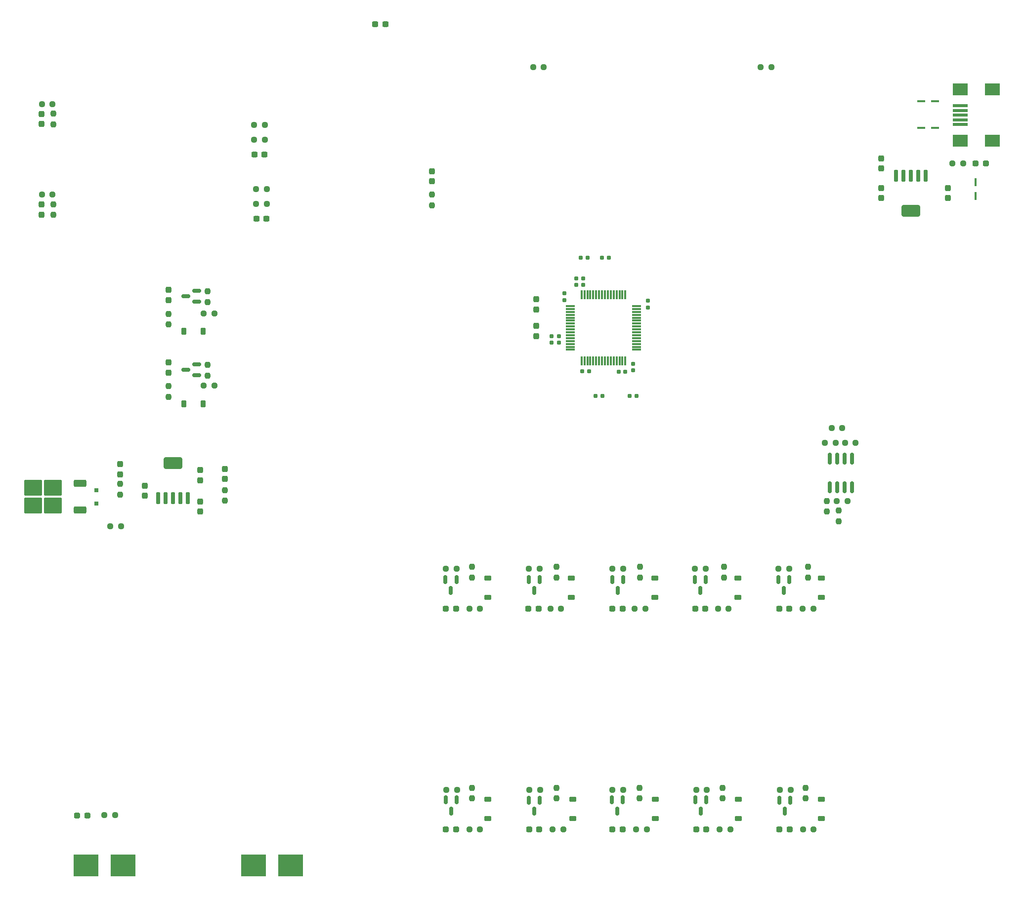
<source format=gbr>
%TF.GenerationSoftware,KiCad,Pcbnew,8.0.7*%
%TF.CreationDate,2025-04-17T15:34:13+07:00*%
%TF.ProjectId,Tractor VCU,54726163-746f-4722-9056-43552e6b6963,rev?*%
%TF.SameCoordinates,Original*%
%TF.FileFunction,Paste,Top*%
%TF.FilePolarity,Positive*%
%FSLAX46Y46*%
G04 Gerber Fmt 4.6, Leading zero omitted, Abs format (unit mm)*
G04 Created by KiCad (PCBNEW 8.0.7) date 2025-04-17 15:34:13*
%MOMM*%
%LPD*%
G01*
G04 APERTURE LIST*
G04 Aperture macros list*
%AMRoundRect*
0 Rectangle with rounded corners*
0 $1 Rounding radius*
0 $2 $3 $4 $5 $6 $7 $8 $9 X,Y pos of 4 corners*
0 Add a 4 corners polygon primitive as box body*
4,1,4,$2,$3,$4,$5,$6,$7,$8,$9,$2,$3,0*
0 Add four circle primitives for the rounded corners*
1,1,$1+$1,$2,$3*
1,1,$1+$1,$4,$5*
1,1,$1+$1,$6,$7*
1,1,$1+$1,$8,$9*
0 Add four rect primitives between the rounded corners*
20,1,$1+$1,$2,$3,$4,$5,0*
20,1,$1+$1,$4,$5,$6,$7,0*
20,1,$1+$1,$6,$7,$8,$9,0*
20,1,$1+$1,$8,$9,$2,$3,0*%
G04 Aperture macros list end*
%ADD10RoundRect,0.237500X-0.237500X0.300000X-0.237500X-0.300000X0.237500X-0.300000X0.237500X0.300000X0*%
%ADD11RoundRect,0.237500X-0.237500X0.287500X-0.237500X-0.287500X0.237500X-0.287500X0.237500X0.287500X0*%
%ADD12RoundRect,0.155000X-0.212500X-0.155000X0.212500X-0.155000X0.212500X0.155000X-0.212500X0.155000X0*%
%ADD13RoundRect,0.237500X-0.250000X-0.237500X0.250000X-0.237500X0.250000X0.237500X-0.250000X0.237500X0*%
%ADD14R,0.660400X0.711200*%
%ADD15RoundRect,0.237500X-0.287500X-0.237500X0.287500X-0.237500X0.287500X0.237500X-0.287500X0.237500X0*%
%ADD16RoundRect,0.150000X-0.150000X0.587500X-0.150000X-0.587500X0.150000X-0.587500X0.150000X0.587500X0*%
%ADD17RoundRect,0.225000X-0.225000X-0.375000X0.225000X-0.375000X0.225000X0.375000X-0.225000X0.375000X0*%
%ADD18RoundRect,0.160000X0.197500X0.160000X-0.197500X0.160000X-0.197500X-0.160000X0.197500X-0.160000X0*%
%ADD19RoundRect,0.237500X0.237500X-0.300000X0.237500X0.300000X-0.237500X0.300000X-0.237500X-0.300000X0*%
%ADD20RoundRect,0.155000X0.155000X-0.212500X0.155000X0.212500X-0.155000X0.212500X-0.155000X-0.212500X0*%
%ADD21RoundRect,0.150000X0.587500X0.150000X-0.587500X0.150000X-0.587500X-0.150000X0.587500X-0.150000X0*%
%ADD22RoundRect,0.237500X0.250000X0.237500X-0.250000X0.237500X-0.250000X-0.237500X0.250000X-0.237500X0*%
%ADD23RoundRect,0.237500X-0.237500X0.250000X-0.237500X-0.250000X0.237500X-0.250000X0.237500X0.250000X0*%
%ADD24RoundRect,0.237500X0.237500X-0.250000X0.237500X0.250000X-0.237500X0.250000X-0.237500X-0.250000X0*%
%ADD25RoundRect,0.225000X0.375000X-0.225000X0.375000X0.225000X-0.375000X0.225000X-0.375000X-0.225000X0*%
%ADD26R,4.240000X3.810000*%
%ADD27RoundRect,0.237500X-0.300000X-0.237500X0.300000X-0.237500X0.300000X0.237500X-0.300000X0.237500X0*%
%ADD28R,1.422400X0.457200*%
%ADD29RoundRect,0.077500X0.232500X-0.907500X0.232500X0.907500X-0.232500X0.907500X-0.232500X-0.907500X0*%
%ADD30RoundRect,0.246250X1.333750X-0.738750X1.333750X0.738750X-1.333750X0.738750X-1.333750X-0.738750X0*%
%ADD31RoundRect,0.075000X-0.700000X-0.075000X0.700000X-0.075000X0.700000X0.075000X-0.700000X0.075000X0*%
%ADD32RoundRect,0.075000X-0.075000X-0.700000X0.075000X-0.700000X0.075000X0.700000X-0.075000X0.700000X0*%
%ADD33RoundRect,0.155000X-0.155000X0.212500X-0.155000X-0.212500X0.155000X-0.212500X0.155000X0.212500X0*%
%ADD34RoundRect,0.250000X0.850000X0.350000X-0.850000X0.350000X-0.850000X-0.350000X0.850000X-0.350000X0*%
%ADD35RoundRect,0.250000X1.275000X1.125000X-1.275000X1.125000X-1.275000X-1.125000X1.275000X-1.125000X0*%
%ADD36RoundRect,0.150000X-0.150000X0.825000X-0.150000X-0.825000X0.150000X-0.825000X0.150000X0.825000X0*%
%ADD37RoundRect,0.237500X0.300000X0.237500X-0.300000X0.237500X-0.300000X-0.237500X0.300000X-0.237500X0*%
%ADD38RoundRect,0.160000X-0.197500X-0.160000X0.197500X-0.160000X0.197500X0.160000X-0.197500X0.160000X0*%
%ADD39R,2.500000X0.500000*%
%ADD40R,2.500000X2.000000*%
%ADD41RoundRect,0.155000X0.212500X0.155000X-0.212500X0.155000X-0.212500X-0.155000X0.212500X-0.155000X0*%
%ADD42R,0.457200X1.422400*%
%ADD43RoundRect,0.237500X0.287500X0.237500X-0.287500X0.237500X-0.287500X-0.237500X0.287500X-0.237500X0*%
%ADD44RoundRect,0.077500X-0.232500X0.907500X-0.232500X-0.907500X0.232500X-0.907500X0.232500X0.907500X0*%
%ADD45RoundRect,0.246250X-1.333750X0.738750X-1.333750X-0.738750X1.333750X-0.738750X1.333750X0.738750X0*%
G04 APERTURE END LIST*
D10*
%TO.C,C20*%
X122174000Y-98731998D03*
X122174000Y-100456998D03*
%TD*%
D11*
%TO.C,LED12*%
X143891000Y-113386000D03*
X143891000Y-115136000D03*
%TD*%
D12*
%TO.C,C6*%
X221047500Y-127381000D03*
X222182500Y-127381000D03*
%TD*%
%TO.C,C9*%
X213808500Y-112522000D03*
X214943500Y-112522000D03*
%TD*%
D13*
%TO.C,R53*%
X158944999Y-96090004D03*
X160769999Y-96090004D03*
%TD*%
D14*
%TO.C,D16*%
X131572001Y-147702000D03*
X131572001Y-149988000D03*
%TD*%
D15*
%TO.C,LED4*%
X219995500Y-168021000D03*
X221745500Y-168021000D03*
%TD*%
D16*
%TO.C,Q8*%
X221739500Y-200849051D03*
X219839500Y-200849051D03*
X220789500Y-202724051D03*
%TD*%
D15*
%TO.C,LED11*%
X248601334Y-205851574D03*
X250351334Y-205851574D03*
%TD*%
D17*
%TO.C,D14*%
X146559000Y-120436000D03*
X149859000Y-120436000D03*
%TD*%
D13*
%TO.C,R29*%
X224027000Y-205852000D03*
X225852000Y-205852000D03*
%TD*%
%TO.C,R8*%
X195464500Y-168021000D03*
X197289500Y-168021000D03*
%TD*%
D18*
%TO.C,R2*%
X215720500Y-107823000D03*
X214525500Y-107823000D03*
%TD*%
D19*
%TO.C,C23*%
X149352000Y-151357500D03*
X149352000Y-149632500D03*
%TD*%
%TO.C,C2*%
X266044001Y-97640500D03*
X266044001Y-95915500D03*
%TD*%
D20*
%TO.C,C13*%
X209550000Y-122420000D03*
X209550000Y-121285000D03*
%TD*%
D13*
%TO.C,R42*%
X206380500Y-75184000D03*
X208205500Y-75184000D03*
%TD*%
D10*
%TO.C,C1*%
X277474000Y-95915500D03*
X277474000Y-97640500D03*
%TD*%
D21*
%TO.C,Q12*%
X148768675Y-128037502D03*
X148768675Y-126137502D03*
X146893675Y-127087502D03*
%TD*%
D22*
%TO.C,R10*%
X207504250Y-161163000D03*
X205679250Y-161163000D03*
%TD*%
D11*
%TO.C,LED13*%
X143912001Y-125840000D03*
X143912001Y-127590000D03*
%TD*%
D23*
%TO.C,R47*%
X256667000Y-149582500D03*
X256667000Y-151407500D03*
%TD*%
D15*
%TO.C,LED16*%
X128274000Y-203497000D03*
X130024000Y-203497000D03*
%TD*%
D24*
%TO.C,R37*%
X150579500Y-115466999D03*
X150579500Y-113641999D03*
%TD*%
D23*
%TO.C,R27*%
X224596400Y-198767300D03*
X224596400Y-200592300D03*
%TD*%
D13*
%TO.C,R58*%
X133961500Y-153924000D03*
X135786500Y-153924000D03*
%TD*%
D22*
%TO.C,R31*%
X236140499Y-199104550D03*
X234315499Y-199104550D03*
%TD*%
D25*
%TO.C,D7*%
X241499250Y-166115000D03*
X241499250Y-162815000D03*
%TD*%
D15*
%TO.C,LED8*%
X205713000Y-205852000D03*
X207463000Y-205852000D03*
%TD*%
D13*
%TO.C,R54*%
X122224001Y-81510500D03*
X124049001Y-81510500D03*
%TD*%
D15*
%TO.C,LED7*%
X191425500Y-205852000D03*
X193175500Y-205852000D03*
%TD*%
D22*
%TO.C,R34*%
X250491499Y-199120999D03*
X248666499Y-199120999D03*
%TD*%
%TO.C,R39*%
X151809501Y-129794000D03*
X149984501Y-129794000D03*
%TD*%
D26*
%TO.C,F1*%
X129784000Y-212090000D03*
X136154000Y-212090000D03*
%TD*%
D23*
%TO.C,R21*%
X195919700Y-198767300D03*
X195919700Y-200592300D03*
%TD*%
D13*
%TO.C,R46*%
X259818500Y-139635001D03*
X261643500Y-139635001D03*
%TD*%
D12*
%TO.C,C8*%
X213808500Y-111379000D03*
X214943500Y-111379000D03*
%TD*%
D24*
%TO.C,R59*%
X135636000Y-148486500D03*
X135636000Y-146661500D03*
%TD*%
D11*
%TO.C,LED14*%
X135636000Y-143270000D03*
X135636000Y-145020000D03*
%TD*%
D27*
%TO.C,C17*%
X158994998Y-101170002D03*
X160719998Y-101170002D03*
%TD*%
D17*
%TO.C,D15*%
X146580001Y-132938000D03*
X149880001Y-132938000D03*
%TD*%
D19*
%TO.C,C22*%
X149352000Y-145997000D03*
X149352000Y-144272000D03*
%TD*%
D20*
%TO.C,C7*%
X211709000Y-115121500D03*
X211709000Y-113986500D03*
%TD*%
D23*
%TO.C,R41*%
X143912001Y-129866500D03*
X143912001Y-131691500D03*
%TD*%
D28*
%TO.C,D2*%
X272888468Y-81022656D03*
X275276068Y-81022656D03*
%TD*%
D16*
%TO.C,Q2*%
X207541750Y-163019500D03*
X205641750Y-163019500D03*
X206591750Y-164894500D03*
%TD*%
D15*
%TO.C,LED2*%
X191438000Y-168021000D03*
X193188000Y-168021000D03*
%TD*%
D24*
%TO.C,R40*%
X150625175Y-128087501D03*
X150625175Y-126262501D03*
%TD*%
D29*
%TO.C,U4*%
X142113000Y-149055000D03*
X143383000Y-149055000D03*
X144653000Y-149055000D03*
X145923000Y-149055000D03*
X147193000Y-149055000D03*
D30*
X144653000Y-143045000D03*
%TD*%
D26*
%TO.C,F2*%
X158463000Y-212090000D03*
X164833000Y-212090000D03*
%TD*%
D22*
%TO.C,R7*%
X193260500Y-161163000D03*
X191435500Y-161163000D03*
%TD*%
D19*
%TO.C,C21*%
X139827000Y-148690500D03*
X139827000Y-146965500D03*
%TD*%
D25*
%TO.C,D12*%
X241576350Y-203991000D03*
X241576350Y-200691000D03*
%TD*%
D10*
%TO.C,C5*%
X206883000Y-119570500D03*
X206883000Y-121295500D03*
%TD*%
D13*
%TO.C,R56*%
X122224001Y-97027999D03*
X124049001Y-97027999D03*
%TD*%
D23*
%TO.C,R38*%
X143891000Y-117461500D03*
X143891000Y-119286500D03*
%TD*%
D31*
%TO.C,U2*%
X212765000Y-116138000D03*
X212765000Y-116638000D03*
X212765000Y-117138000D03*
X212765000Y-117638000D03*
X212765000Y-118138000D03*
X212765000Y-118638000D03*
X212765000Y-119138000D03*
X212765000Y-119638000D03*
X212765000Y-120138000D03*
X212765000Y-120638000D03*
X212765000Y-121138000D03*
X212765000Y-121638000D03*
X212765000Y-122138000D03*
X212765000Y-122638000D03*
X212765000Y-123138000D03*
X212765000Y-123638000D03*
D32*
X214690000Y-125563000D03*
X215190000Y-125563000D03*
X215690000Y-125563000D03*
X216190000Y-125563000D03*
X216690000Y-125563000D03*
X217190000Y-125563000D03*
X217690000Y-125563000D03*
X218190000Y-125563000D03*
X218690000Y-125563000D03*
X219190000Y-125563000D03*
X219690000Y-125563000D03*
X220190000Y-125563000D03*
X220690000Y-125563000D03*
X221190000Y-125563000D03*
X221690000Y-125563000D03*
X222190000Y-125563000D03*
D31*
X224115000Y-123638000D03*
X224115000Y-123138000D03*
X224115000Y-122638000D03*
X224115000Y-122138000D03*
X224115000Y-121638000D03*
X224115000Y-121138000D03*
X224115000Y-120638000D03*
X224115000Y-120138000D03*
X224115000Y-119638000D03*
X224115000Y-119138000D03*
X224115000Y-118638000D03*
X224115000Y-118138000D03*
X224115000Y-117638000D03*
X224115000Y-117138000D03*
X224115000Y-116638000D03*
X224115000Y-116138000D03*
D32*
X222190000Y-114213000D03*
X221690000Y-114213000D03*
X221190000Y-114213000D03*
X220690000Y-114213000D03*
X220190000Y-114213000D03*
X219690000Y-114213000D03*
X219190000Y-114213000D03*
X218690000Y-114213000D03*
X218190000Y-114213000D03*
X217690000Y-114213000D03*
X217190000Y-114213000D03*
X216690000Y-114213000D03*
X216190000Y-114213000D03*
X215690000Y-114213000D03*
X215190000Y-114213000D03*
X214690000Y-114213000D03*
%TD*%
D25*
%TO.C,D4*%
X198663000Y-166115000D03*
X198663000Y-162815000D03*
%TD*%
D13*
%TO.C,R35*%
X252627834Y-205851574D03*
X254452834Y-205851574D03*
%TD*%
D22*
%TO.C,R22*%
X193350998Y-199104550D03*
X191525998Y-199104550D03*
%TD*%
D13*
%TO.C,R50*%
X158587500Y-87630003D03*
X160412500Y-87630003D03*
%TD*%
D15*
%TO.C,LED10*%
X234313834Y-205852000D03*
X236063834Y-205852000D03*
%TD*%
D23*
%TO.C,R9*%
X210401750Y-160885500D03*
X210401750Y-162710500D03*
%TD*%
D13*
%TO.C,R14*%
X223768000Y-168021000D03*
X225593000Y-168021000D03*
%TD*%
D33*
%TO.C,C12*%
X226060000Y-115256500D03*
X226060000Y-116391500D03*
%TD*%
D23*
%TO.C,R30*%
X238833150Y-198767300D03*
X238833150Y-200592300D03*
%TD*%
D16*
%TO.C,Q5*%
X250314500Y-163019500D03*
X248414500Y-163019500D03*
X249364500Y-164894500D03*
%TD*%
D23*
%TO.C,R48*%
X258699000Y-151233500D03*
X258699000Y-153058500D03*
%TD*%
D33*
%TO.C,C11*%
X223520000Y-126051500D03*
X223520000Y-127186500D03*
%TD*%
D22*
%TO.C,R28*%
X221789499Y-199104550D03*
X219964499Y-199104550D03*
%TD*%
D25*
%TO.C,D6*%
X227220500Y-166115000D03*
X227220500Y-162815000D03*
%TD*%
D13*
%TO.C,R17*%
X238046750Y-168021000D03*
X239871750Y-168021000D03*
%TD*%
%TO.C,R51*%
X158587499Y-85090002D03*
X160412499Y-85090002D03*
%TD*%
D22*
%TO.C,R61*%
X134770500Y-203454000D03*
X132945500Y-203454000D03*
%TD*%
D13*
%TO.C,R26*%
X209739500Y-205852000D03*
X211564500Y-205852000D03*
%TD*%
D16*
%TO.C,Q7*%
X207515500Y-200865500D03*
X205615500Y-200865500D03*
X206565500Y-202740500D03*
%TD*%
D34*
%TO.C,Q13*%
X128738000Y-151125000D03*
D35*
X124113000Y-150370000D03*
X124113000Y-147320000D03*
X120763000Y-150370000D03*
X120763000Y-147320000D03*
D34*
X128738000Y-146565000D03*
%TD*%
D16*
%TO.C,Q4*%
X235963500Y-163019500D03*
X234063500Y-163019500D03*
X235013500Y-164894500D03*
%TD*%
D25*
%TO.C,D11*%
X227339600Y-203991000D03*
X227339600Y-200691000D03*
%TD*%
%TO.C,D5*%
X212941750Y-166115000D03*
X212941750Y-162815000D03*
%TD*%
D13*
%TO.C,R1*%
X278226501Y-91698000D03*
X280051501Y-91698000D03*
%TD*%
D22*
%TO.C,R19*%
X250277000Y-161163000D03*
X248452000Y-161163000D03*
%TD*%
D25*
%TO.C,D13*%
X255765934Y-203990574D03*
X255765934Y-200690574D03*
%TD*%
%TO.C,D8*%
X255778000Y-166115000D03*
X255778000Y-162815000D03*
%TD*%
D28*
%TO.C,D1*%
X272872200Y-85598000D03*
X275259800Y-85598000D03*
%TD*%
D20*
%TO.C,C14*%
X210820000Y-122420000D03*
X210820000Y-121285000D03*
%TD*%
D13*
%TO.C,R23*%
X195452000Y-205852000D03*
X197277000Y-205852000D03*
%TD*%
D11*
%TO.C,LED15*%
X153550000Y-144055500D03*
X153550000Y-145805500D03*
%TD*%
D36*
%TO.C,U3*%
X260985000Y-142305000D03*
X259715000Y-142305000D03*
X258445000Y-142305000D03*
X257175000Y-142305000D03*
X257175000Y-147255000D03*
X258445000Y-147255000D03*
X259715000Y-147255000D03*
X260985000Y-147255000D03*
%TD*%
D23*
%TO.C,R18*%
X253492000Y-160885500D03*
X253492000Y-162710500D03*
%TD*%
D13*
%TO.C,R20*%
X252579500Y-168021000D03*
X254404500Y-168021000D03*
%TD*%
D37*
%TO.C,C18*%
X181075500Y-67818000D03*
X179350500Y-67818000D03*
%TD*%
D22*
%TO.C,R13*%
X221783000Y-161163000D03*
X219958000Y-161163000D03*
%TD*%
D19*
%TO.C,C15*%
X189051000Y-94751500D03*
X189051000Y-93026500D03*
%TD*%
D13*
%TO.C,R52*%
X158945000Y-98630003D03*
X160770000Y-98630003D03*
%TD*%
D38*
%TO.C,R4*%
X222885000Y-131572000D03*
X224080000Y-131572000D03*
%TD*%
D16*
%TO.C,Q6*%
X193300999Y-200849051D03*
X191400999Y-200849051D03*
X192350999Y-202724051D03*
%TD*%
D39*
%TO.C,J1*%
X279594000Y-84998000D03*
X279594000Y-84198000D03*
X279594000Y-83398000D03*
X279594000Y-82598000D03*
X279594000Y-81798000D03*
D40*
X279594000Y-87798000D03*
X285094000Y-87798000D03*
X279594000Y-78998000D03*
X285094000Y-78998000D03*
%TD*%
D23*
%TO.C,R6*%
X195936000Y-160885500D03*
X195936000Y-162710500D03*
%TD*%
D22*
%TO.C,R44*%
X258214500Y-139635001D03*
X256389500Y-139635001D03*
%TD*%
D25*
%TO.C,D10*%
X213153650Y-203991000D03*
X213153650Y-200691000D03*
%TD*%
D13*
%TO.C,R49*%
X258421500Y-149606000D03*
X260246500Y-149606000D03*
%TD*%
D15*
%TO.C,LED5*%
X234161251Y-168021000D03*
X235911251Y-168021000D03*
%TD*%
D16*
%TO.C,Q10*%
X250441500Y-200865500D03*
X248541500Y-200865500D03*
X249491500Y-202740500D03*
%TD*%
D15*
%TO.C,LED6*%
X248553000Y-168021000D03*
X250303000Y-168021000D03*
%TD*%
D13*
%TO.C,R11*%
X209338750Y-168021000D03*
X211163750Y-168021000D03*
%TD*%
D22*
%TO.C,R45*%
X259357500Y-137095000D03*
X257532500Y-137095000D03*
%TD*%
%TO.C,R16*%
X235926000Y-161163000D03*
X234101000Y-161163000D03*
%TD*%
D23*
%TO.C,R24*%
X210435850Y-198767300D03*
X210435850Y-200592300D03*
%TD*%
D24*
%TO.C,R5*%
X189051000Y-98865500D03*
X189051000Y-97040500D03*
%TD*%
D15*
%TO.C,LED3*%
X205603751Y-168021000D03*
X207353751Y-168021000D03*
%TD*%
D18*
%TO.C,R62*%
X218238000Y-131572000D03*
X217043000Y-131572000D03*
%TD*%
D19*
%TO.C,C4*%
X206883000Y-116727500D03*
X206883000Y-115002500D03*
%TD*%
D41*
%TO.C,C10*%
X215959500Y-127324962D03*
X214824500Y-127324962D03*
%TD*%
D27*
%TO.C,C16*%
X158637500Y-90170001D03*
X160362500Y-90170001D03*
%TD*%
D13*
%TO.C,R32*%
X238340334Y-205852000D03*
X240165334Y-205852000D03*
%TD*%
D25*
%TO.C,D9*%
X198586700Y-203991000D03*
X198586700Y-200691000D03*
%TD*%
D22*
%TO.C,R36*%
X151788500Y-117388000D03*
X149963500Y-117388000D03*
%TD*%
D23*
%TO.C,R33*%
X253048134Y-198766874D03*
X253048134Y-200591874D03*
%TD*%
D16*
%TO.C,Q3*%
X221820500Y-163019500D03*
X219920500Y-163019500D03*
X220870500Y-164894500D03*
%TD*%
D42*
%TO.C,D3*%
X282194000Y-97291800D03*
X282194000Y-94904200D03*
%TD*%
D43*
%TO.C,LED1*%
X283958000Y-91694000D03*
X282208000Y-91694000D03*
%TD*%
D24*
%TO.C,R60*%
X153543000Y-149526000D03*
X153543000Y-147701000D03*
%TD*%
D16*
%TO.C,Q9*%
X236090500Y-200849051D03*
X234190500Y-200849051D03*
X235140500Y-202724051D03*
%TD*%
D23*
%TO.C,R15*%
X239086250Y-160885500D03*
X239086250Y-162710500D03*
%TD*%
D15*
%TO.C,LED9*%
X220000500Y-205852000D03*
X221750500Y-205852000D03*
%TD*%
D13*
%TO.C,R43*%
X245364500Y-75184000D03*
X247189500Y-75184000D03*
%TD*%
D38*
%TO.C,R3*%
X218208500Y-107823000D03*
X219403500Y-107823000D03*
%TD*%
D10*
%TO.C,C3*%
X266044000Y-90835500D03*
X266044000Y-92560500D03*
%TD*%
D22*
%TO.C,R25*%
X207565499Y-199120999D03*
X205740499Y-199120999D03*
%TD*%
D23*
%TO.C,R55*%
X124206000Y-83138000D03*
X124206000Y-84963000D03*
%TD*%
D10*
%TO.C,C19*%
X122174000Y-83188000D03*
X122174000Y-84913000D03*
%TD*%
D23*
%TO.C,R57*%
X124206000Y-98681998D03*
X124206000Y-100506998D03*
%TD*%
%TO.C,R12*%
X224680500Y-160885500D03*
X224680500Y-162710500D03*
%TD*%
D21*
%TO.C,Q11*%
X148765500Y-115417000D03*
X148765500Y-113517000D03*
X146890500Y-114467000D03*
%TD*%
D44*
%TO.C,U1*%
X273664000Y-93773000D03*
X272394000Y-93773000D03*
X271124000Y-93773000D03*
X269854000Y-93773000D03*
X268584000Y-93773000D03*
D45*
X271124000Y-99783000D03*
%TD*%
D16*
%TO.C,Q1*%
X193263000Y-163019500D03*
X191363000Y-163019500D03*
X192313000Y-164894500D03*
%TD*%
M02*

</source>
